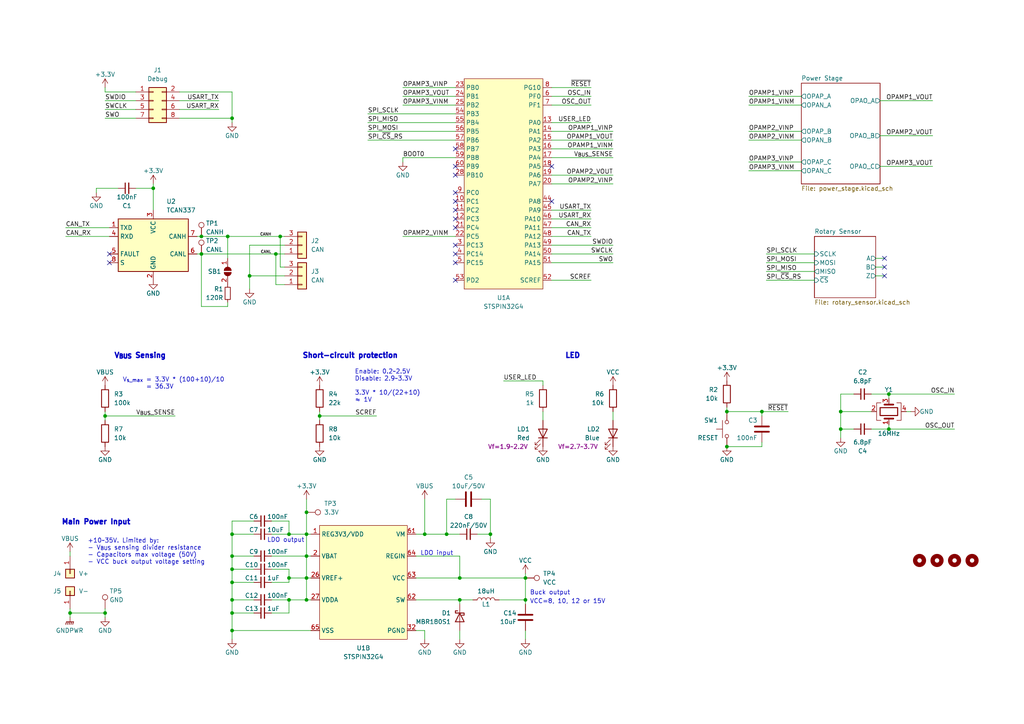
<source format=kicad_sch>
(kicad_sch (version 20231120) (generator "eeschema") (generator_version "8.0")
  (paper "A4")
  (title_block (title "moco-SC1") (rev "1.1") (comment 1 "BLDC motor controller/driver") (comment 2 "STSPIN32G4 MCU/Gate driver and CSD88584Q5DC Dual N-MOSFET") (comment 3 "Open source hardware, CERN-OHL-P v2") (comment 4 "https://github.com/ziteh/moco") (comment 5 "The shcematic of rev1.0 and rev1.1 are the same"))
  (junction (at 123.19 154.94))
  (junction (at 30.48 120.65))
  (junction (at 88.9 173.99))
  (junction (at 67.31 173.99))
  (junction (at 220.98 119.38))
  (junction (at 210.82 129.54))
  (junction (at 88.9 161.29))
  (junction (at 30.48 177.8))
  (junction (at 72.39 80.01))
  (junction (at 129.54 154.94))
  (junction (at 257.81 124.46))
  (junction (at 81.28 68.58))
  (junction (at 80.01 73.66))
  (junction (at 142.24 154.94))
  (junction (at 83.82 173.99))
  (junction (at 67.31 165.1))
  (junction (at 67.31 154.94))
  (junction (at 83.82 167.64))
  (junction (at 257.81 114.3))
  (junction (at 133.35 167.64))
  (junction (at 67.31 34.29))
  (junction (at 67.31 168.91))
  (junction (at 92.71 120.65))
  (junction (at 67.31 161.29))
  (junction (at 83.82 154.94))
  (junction (at 152.4 167.64))
  (junction (at 152.4 173.99))
  (junction (at 133.35 173.99))
  (junction (at 88.9 154.94))
  (junction (at 88.9 167.64))
  (junction (at 58.42 73.66))
  (junction (at 67.31 177.8))
  (junction (at 210.82 119.38))
  (junction (at 243.84 119.38))
  (junction (at 44.45 54.61))
  (junction (at 67.31 182.88))
  (junction (at 243.84 124.46))
  (junction (at 58.42 68.58))
  (junction (at 88.9 148.59))
  (junction (at 20.32 177.8))
  (junction (at 66.04 68.58))
  (no_connect (at 256.54 74.93))
  (no_connect (at 132.08 50.8))
  (no_connect (at 31.75 73.66))
  (no_connect (at 132.08 55.88))
  (no_connect (at 132.08 60.96))
  (no_connect (at 132.08 81.28))
  (no_connect (at 132.08 58.42))
  (no_connect (at 256.54 77.47))
  (no_connect (at 132.08 66.04))
  (no_connect (at 132.08 48.26))
  (no_connect (at 132.08 43.18))
  (no_connect (at 132.08 63.5))
  (no_connect (at 132.08 73.66))
  (no_connect (at 132.08 71.12))
  (no_connect (at 31.75 76.2))
  (no_connect (at 256.54 80.01))
  (no_connect (at 132.08 76.2))
  (no_connect (at 160.02 58.42))
  (no_connect (at 160.02 48.26))
  (wire (pts (xy 67.31 161.29) (xy 67.31 165.1)))
  (wire (pts (xy 106.68 33.02) (xy 132.08 33.02)))
  (wire (pts (xy 66.04 68.58) (xy 81.28 68.58)))
  (wire (pts (xy 254 77.47) (xy 256.54 77.47)))
  (wire (pts (xy 30.48 177.8) (xy 30.48 176.53)))
  (wire (pts (xy 217.17 40.64) (xy 232.41 40.64)))
  (wire (pts (xy 67.31 173.99) (xy 67.31 177.8)))
  (wire (pts (xy 123.19 144.78) (xy 123.19 154.94)))
  (wire (pts (xy 120.65 161.29) (xy 133.35 161.29)))
  (wire (pts (xy 243.84 127) (xy 243.84 124.46)))
  (wire (pts (xy 67.31 154.94) (xy 73.66 154.94)))
  (wire (pts (xy 27.94 54.61) (xy 27.94 55.88)))
  (wire (pts (xy 133.35 167.64) (xy 152.4 167.64)))
  (wire (pts (xy 83.82 154.94) (xy 88.9 154.94)))
  (wire (pts (xy 67.31 165.1) (xy 67.31 168.91)))
  (wire (pts (xy 31.75 68.58) (xy 19.05 68.58)))
  (wire (pts (xy 177.8 121.92) (xy 177.8 119.38)))
  (wire (pts (xy 255.27 39.37) (xy 270.51 39.37)))
  (wire (pts (xy 72.39 80.01) (xy 72.39 83.82)))
  (wire (pts (xy 133.35 175.26) (xy 133.35 173.99)))
  (wire (pts (xy 133.35 161.29) (xy 133.35 167.64)))
  (wire (pts (xy 133.35 173.99) (xy 137.16 173.99)))
  (wire (pts (xy 67.31 177.8) (xy 67.31 182.88)))
  (wire (pts (xy 160.02 53.34) (xy 177.8 53.34)))
  (wire (pts (xy 217.17 38.1) (xy 232.41 38.1)))
  (wire (pts (xy 160.02 66.04) (xy 171.45 66.04)))
  (wire (pts (xy 160.02 60.96) (xy 171.45 60.96)))
  (wire (pts (xy 222.25 76.2) (xy 236.22 76.2)))
  (wire (pts (xy 152.4 167.64) (xy 152.4 173.99)))
  (wire (pts (xy 142.24 154.94) (xy 138.43 154.94)))
  (wire (pts (xy 257.81 124.46) (xy 276.86 124.46)))
  (wire (pts (xy 78.74 154.94) (xy 83.82 154.94)))
  (wire (pts (xy 80.01 82.55) (xy 82.55 82.55)))
  (wire (pts (xy 66.04 68.58) (xy 66.04 74.93)))
  (wire (pts (xy 81.28 77.47) (xy 81.28 68.58)))
  (wire (pts (xy 217.17 27.94) (xy 232.41 27.94)))
  (wire (pts (xy 63.5 31.75) (xy 52.07 31.75)))
  (wire (pts (xy 20.32 179.07) (xy 20.32 177.8)))
  (wire (pts (xy 160.02 50.8) (xy 177.8 50.8)))
  (wire (pts (xy 160.02 45.72) (xy 177.8 45.72)))
  (wire (pts (xy 160.02 35.56) (xy 171.45 35.56)))
  (wire (pts (xy 133.35 185.42) (xy 133.35 182.88)))
  (wire (pts (xy 210.82 119.38) (xy 220.98 119.38)))
  (wire (pts (xy 120.65 173.99) (xy 133.35 173.99)))
  (wire (pts (xy 30.48 179.07) (xy 30.48 177.8)))
  (wire (pts (xy 44.45 54.61) (xy 44.45 60.96)))
  (wire (pts (xy 58.42 68.58) (xy 66.04 68.58)))
  (wire (pts (xy 52.07 26.67) (xy 67.31 26.67)))
  (wire (pts (xy 88.9 154.94) (xy 90.17 154.94)))
  (wire (pts (xy 222.25 81.28) (xy 236.22 81.28)))
  (wire (pts (xy 255.27 48.26) (xy 270.51 48.26)))
  (wire (pts (xy 160.02 76.2) (xy 177.8 76.2)))
  (wire (pts (xy 254 74.93) (xy 256.54 74.93)))
  (wire (pts (xy 106.68 35.56) (xy 132.08 35.56)))
  (wire (pts (xy 120.65 154.94) (xy 123.19 154.94)))
  (wire (pts (xy 160.02 71.12) (xy 177.8 71.12)))
  (wire (pts (xy 142.24 156.21) (xy 142.24 154.94)))
  (wire (pts (xy 144.78 173.99) (xy 152.4 173.99)))
  (wire (pts (xy 88.9 144.78) (xy 88.9 148.59)))
  (wire (pts (xy 83.82 177.8) (xy 78.74 177.8)))
  (wire (pts (xy 133.35 154.94) (xy 129.54 154.94)))
  (wire (pts (xy 160.02 25.4) (xy 171.45 25.4)))
  (wire (pts (xy 67.31 182.88) (xy 90.17 182.88)))
  (wire (pts (xy 160.02 73.66) (xy 177.8 73.66)))
  (wire (pts (xy 39.37 54.61) (xy 44.45 54.61)))
  (wire (pts (xy 30.48 34.29) (xy 39.37 34.29)))
  (wire (pts (xy 243.84 119.38) (xy 243.84 124.46)))
  (wire (pts (xy 88.9 173.99) (xy 90.17 173.99)))
  (wire (pts (xy 217.17 46.99) (xy 232.41 46.99)))
  (wire (pts (xy 72.39 80.01) (xy 82.55 80.01)))
  (wire (pts (xy 58.42 73.66) (xy 58.42 88.9)))
  (wire (pts (xy 67.31 151.13) (xy 67.31 154.94)))
  (wire (pts (xy 88.9 161.29) (xy 90.17 161.29)))
  (wire (pts (xy 63.5 29.21) (xy 52.07 29.21)))
  (wire (pts (xy 160.02 63.5) (xy 171.45 63.5)))
  (wire (pts (xy 92.71 120.65) (xy 92.71 121.92)))
  (wire (pts (xy 67.31 182.88) (xy 67.31 185.42)))
  (wire (pts (xy 88.9 161.29) (xy 88.9 167.64)))
  (wire (pts (xy 78.74 161.29) (xy 88.9 161.29)))
  (wire (pts (xy 160.02 38.1) (xy 177.8 38.1)))
  (wire (pts (xy 67.31 35.56) (xy 67.31 34.29)))
  (wire (pts (xy 20.32 177.8) (xy 20.32 176.53)))
  (wire (pts (xy 81.28 68.58) (xy 82.55 68.58)))
  (wire (pts (xy 20.32 160.02) (xy 20.32 161.29)))
  (wire (pts (xy 257.81 114.3) (xy 257.81 115.57)))
  (wire (pts (xy 44.45 53.34) (xy 44.45 54.61)))
  (wire (pts (xy 72.39 71.12) (xy 82.55 71.12)))
  (wire (pts (xy 83.82 173.99) (xy 83.82 177.8)))
  (wire (pts (xy 30.48 25.4) (xy 30.48 26.67)))
  (wire (pts (xy 228.6 119.38) (xy 220.98 119.38)))
  (wire (pts (xy 142.24 144.78) (xy 142.24 154.94)))
  (wire (pts (xy 217.17 30.48) (xy 232.41 30.48)))
  (wire (pts (xy 34.29 54.61) (xy 27.94 54.61)))
  (wire (pts (xy 106.68 40.64) (xy 132.08 40.64)))
  (wire (pts (xy 139.7 144.78) (xy 142.24 144.78)))
  (wire (pts (xy 88.9 167.64) (xy 90.17 167.64)))
  (wire (pts (xy 257.81 114.3) (xy 276.86 114.3)))
  (wire (pts (xy 83.82 173.99) (xy 88.9 173.99)))
  (wire (pts (xy 67.31 168.91) (xy 67.31 173.99)))
  (wire (pts (xy 252.73 124.46) (xy 257.81 124.46)))
  (wire (pts (xy 152.4 166.37) (xy 152.4 167.64)))
  (wire (pts (xy 67.31 168.91) (xy 73.66 168.91)))
  (wire (pts (xy 243.84 114.3) (xy 243.84 119.38)))
  (wire (pts (xy 30.48 119.38) (xy 30.48 120.65)))
  (wire (pts (xy 106.68 38.1) (xy 132.08 38.1)))
  (wire (pts (xy 116.84 45.72) (xy 132.08 45.72)))
  (wire (pts (xy 88.9 167.64) (xy 88.9 173.99)))
  (wire (pts (xy 83.82 167.64) (xy 88.9 167.64)))
  (wire (pts (xy 220.98 120.65) (xy 220.98 119.38)))
  (wire (pts (xy 257.81 124.46) (xy 257.81 123.19)))
  (wire (pts (xy 83.82 168.91) (xy 78.74 168.91)))
  (wire (pts (xy 67.31 26.67) (xy 67.31 34.29)))
  (wire (pts (xy 243.84 124.46) (xy 247.65 124.46)))
  (wire (pts (xy 67.31 177.8) (xy 73.66 177.8)))
  (wire (pts (xy 83.82 165.1) (xy 78.74 165.1)))
  (wire (pts (xy 83.82 165.1) (xy 83.82 167.64)))
  (wire (pts (xy 57.15 68.58) (xy 58.42 68.58)))
  (wire (pts (xy 210.82 129.54) (xy 220.98 129.54)))
  (wire (pts (xy 222.25 73.66) (xy 236.22 73.66)))
  (wire (pts (xy 82.55 77.47) (xy 81.28 77.47)))
  (wire (pts (xy 129.54 154.94) (xy 123.19 154.94)))
  (wire (pts (xy 210.82 118.11) (xy 210.82 119.38)))
  (wire (pts (xy 80.01 73.66) (xy 82.55 73.66)))
  (wire (pts (xy 264.16 119.38) (xy 262.89 119.38)))
  (wire (pts (xy 160.02 81.28) (xy 171.45 81.28)))
  (wire (pts (xy 160.02 40.64) (xy 177.8 40.64)))
  (wire (pts (xy 83.82 173.99) (xy 78.74 173.99)))
  (wire (pts (xy 66.04 88.9) (xy 66.04 87.63)))
  (wire (pts (xy 83.82 151.13) (xy 83.82 154.94)))
  (wire (pts (xy 254 80.01) (xy 256.54 80.01)))
  (wire (pts (xy 66.04 88.9) (xy 58.42 88.9)))
  (wire (pts (xy 160.02 30.48) (xy 171.45 30.48)))
  (wire (pts (xy 255.27 29.21) (xy 270.51 29.21)))
  (wire (pts (xy 116.84 68.58) (xy 132.08 68.58)))
  (wire (pts (xy 157.48 110.49) (xy 157.48 111.76)))
  (wire (pts (xy 67.31 165.1) (xy 73.66 165.1)))
  (wire (pts (xy 116.84 25.4) (xy 132.08 25.4)))
  (wire (pts (xy 243.84 119.38) (xy 252.73 119.38)))
  (wire (pts (xy 30.48 31.75) (xy 39.37 31.75)))
  (wire (pts (xy 67.31 161.29) (xy 73.66 161.29)))
  (wire (pts (xy 67.31 173.99) (xy 73.66 173.99)))
  (wire (pts (xy 19.05 66.04) (xy 31.75 66.04)))
  (wire (pts (xy 83.82 151.13) (xy 78.74 151.13)))
  (wire (pts (xy 160.02 68.58) (xy 171.45 68.58)))
  (wire (pts (xy 20.32 177.8) (xy 30.48 177.8)))
  (wire (pts (xy 72.39 71.12) (xy 72.39 80.01)))
  (wire (pts (xy 30.48 29.21) (xy 39.37 29.21)))
  (wire (pts (xy 152.4 185.42) (xy 152.4 182.88)))
  (wire (pts (xy 217.17 49.53) (xy 232.41 49.53)))
  (wire (pts (xy 92.71 119.38) (xy 92.71 120.65)))
  (wire (pts (xy 132.08 144.78) (xy 129.54 144.78)))
  (wire (pts (xy 129.54 144.78) (xy 129.54 154.94)))
  (wire (pts (xy 116.84 46.99) (xy 116.84 45.72)))
  (wire (pts (xy 252.73 114.3) (xy 257.81 114.3)))
  (wire (pts (xy 116.84 30.48) (xy 132.08 30.48)))
  (wire (pts (xy 88.9 154.94) (xy 88.9 161.29)))
  (wire (pts (xy 30.48 26.67) (xy 39.37 26.67)))
  (wire (pts (xy 247.65 114.3) (xy 243.84 114.3)))
  (wire (pts (xy 123.19 185.42) (xy 123.19 182.88)))
  (wire (pts (xy 88.9 148.59) (xy 88.9 154.94)))
  (wire (pts (xy 132.08 27.94) (xy 116.84 27.94)))
  (wire (pts (xy 67.31 154.94) (xy 67.31 161.29)))
  (wire (pts (xy 52.07 34.29) (xy 67.31 34.29)))
  (wire (pts (xy 160.02 27.94) (xy 171.45 27.94)))
  (wire (pts (xy 30.48 120.65) (xy 30.48 121.92)))
  (wire (pts (xy 80.01 73.66) (xy 80.01 82.55)))
  (wire (pts (xy 120.65 167.64) (xy 133.35 167.64)))
  (wire (pts (xy 109.22 120.65) (xy 92.71 120.65)))
  (wire (pts (xy 152.4 175.26) (xy 152.4 173.99)))
  (wire (pts (xy 160.02 43.18) (xy 177.8 43.18)))
  (wire (pts (xy 57.15 73.66) (xy 58.42 73.66)))
  (wire (pts (xy 83.82 167.64) (xy 83.82 168.91)))
  (wire (pts (xy 50.8 120.65) (xy 30.48 120.65)))
  (wire (pts (xy 58.42 73.66) (xy 80.01 73.66)))
  (wire (pts (xy 67.31 151.13) (xy 73.66 151.13)))
  (wire (pts (xy 157.48 121.92) (xy 157.48 119.38)))
  (wire (pts (xy 146.05 110.49) (xy 157.48 110.49)))
  (wire (pts (xy 222.25 78.74) (xy 236.22 78.74)))
  (wire (pts (xy 123.19 182.88) (xy 120.65 182.88)))
  (wire (pts (xy 220.98 129.54) (xy 220.98 128.27)))
  (text "VCC=8, 10, 12 or 15V" (at 153.67 175.26 0) (effects (font (size 1.27 1.27)) (justify left bottom)))
  (text "+10~35V. Limited by:\n- V_{BUS} sensing divider resistance\n- Capacitors max voltage (50V)\n- VCC buck output voltage setting" (at 25.4 163.83 0) (effects (font (size 1.27 1.27)) (justify left bottom)))
  (text "Buck output" (at 153.67 172.72 0) (effects (font (size 1.27 1.27)) (justify left bottom)))
  (text "Short-circuit protection" (at 87.63 104.14 0) (effects (font (size 1.5 1.5) (thickness 0.4) (bold yes)) (justify left bottom)))
  (text "LDO output" (at 77.47 157.48 0) (effects (font (size 1.27 1.27)) (justify left bottom)))
  (text "LED" (at 163.83 104.14 0) (effects (font (size 1.5 1.5) (thickness 0.4) (bold yes)) (justify left bottom)))
  (text "V_{s_max} = 3.3V * (100+10)/10\n       = 36.3V" (at 35.56 113.03 0) (effects (font (size 1.27 1.27)) (justify left bottom)))
  (text "Main Power Input" (at 17.78 152.4 0) (effects (font (size 1.5 1.5) (thickness 0.4) (bold yes)) (justify left bottom)))
  (text "V_{BUS} Sensing" (at 33.02 104.14 0) (effects (font (size 1.5 1.5) (thickness 0.4) (bold yes)) (justify left bottom)))
  (text "LDO input" (at 121.92 161.29 0) (effects (font (size 1.27 1.27)) (justify left bottom)))
  (text "Enable: 0.2~2.5V\nDisable: 2.9~3.3V\n\n3.3V * 10/(22+10)\n≈ 1V" (at 102.87 116.84 0) (effects (font (size 1.27 1.27)) (justify left bottom)))
  (label "SCREF" (at 171.45 81.28 180))
  (label "SPI_MOSI" (at 106.68 38.1 0))
  (label "SPI_MISO" (at 222.25 78.74 0))
  (label "SWDIO" (at 30.48 29.21 0))
  (label "SPI_SCLK" (at 106.68 33.02 0))
  (label "BOOT0" (at 116.84 45.72 0))
  (label "USART_RX" (at 171.45 63.5 180))
  (label "USART_RX" (at 63.5 31.75 180))
  (label "OPAMP2_VINP" (at 217.17 38.1 0))
  (label "OPAMP1_VOUT" (at 177.8 40.64 180))
  (label "OPAMP2_VINM" (at 217.17 40.64 0))
  (label "OPAMP1_VINP" (at 217.17 27.94 0))
  (label "OPAMP3_VOUT" (at 116.84 27.94 0))
  (label "SPI_MOSI" (at 222.25 76.2 0))
  (label "USART_TX" (at 63.5 29.21 180))
  (label "SWO" (at 30.48 34.29 0))
  (label "OSC_IN" (at 171.45 27.94 180))
  (label "USER_LED" (at 171.45 35.56 180))
  (label "CANL" (at 78.74 73.66 180) (effects (font (size 0.8 0.8))))
  (label "USART_TX" (at 171.45 60.96 180))
  (label "OPAMP3_VINM" (at 116.84 30.48 0))
  (label "OPAMP1_VINP" (at 177.8 38.1 180))
  (label "OPAMP3_VINP" (at 116.84 25.4 0))
  (label "SWO" (at 177.8 76.2 180))
  (label "V_{BUS}_SENSE" (at 50.8 120.65 180))
  (label "V_{BUS}_SENSE" (at 177.8 45.72 180))
  (label "SPI_SCLK" (at 222.25 73.66 0))
  (label "SWDIO" (at 177.8 71.12 180))
  (label "SWCLK" (at 30.48 31.75 0))
  (label "OPAMP1_VINM" (at 217.17 30.48 0))
  (label "SPI_MISO" (at 106.68 35.56 0))
  (label "CANH" (at 78.74 68.58 180) (effects (font (size 0.8 0.8))))
  (label "SPI_~{CS}_RS" (at 222.25 81.28 0))
  (label "OPAMP3_VINP" (at 217.17 46.99 0))
  (label "CAN_RX" (at 171.45 66.04 180))
  (label "OPAMP1_VINM" (at 177.8 43.18 180))
  (label "CAN_TX" (at 19.05 66.04 0))
  (label "OSC_OUT" (at 276.86 124.46 180))
  (label "SCREF" (at 109.22 120.65 180))
  (label "OPAMP2_VOUT" (at 270.51 39.37 180))
  (label "USER_LED" (at 146.05 110.49 0))
  (label "CAN_TX" (at 171.45 68.58 180))
  (label "~{RESET}" (at 228.6 119.38 180))
  (label "OPAMP3_VOUT" (at 270.51 48.26 180))
  (label "SPI_~{CS}_RS" (at 106.68 40.64 0))
  (label "SWCLK" (at 177.8 73.66 180))
  (label "OPAMP2_VOUT" (at 177.8 50.8 180))
  (label "OPAMP3_VINM" (at 217.17 49.53 0))
  (label "OSC_OUT" (at 171.45 30.48 180))
  (label "OPAMP2_VINP" (at 177.8 53.34 180))
  (label "~{RESET}" (at 171.45 25.4 180))
  (label "CAN_RX" (at 19.05 68.58 0))
  (label "OPAMP2_VINM" (at 116.84 68.58 0))
  (label "OSC_IN" (at 276.86 114.3 180))
  (label "OPAMP1_VOUT" (at 270.51 29.21 180))
  (symbol (lib_id "power:GND") (at 157.48 129.54 0) (unit 1)
    (property "Reference" "#PWR016" (effects (hide yes)))
    (property "Value" "GND" (at 157.48 133.35 0))
  )
  (symbol (lib_id "power:GND") (at 67.31 185.42 0) (unit 1)
    (property "Reference" "#PWR026" (effects (hide yes)))
    (property "Value" "GND" (at 67.31 189.23 0))
  )
  (symbol (lib_id "Diode:1N6857UR") (at 133.35 179.07 90) (mirror x) (unit 1)
    (property "Reference" "D1" (at 130.81 177.8 90) (effects (justify left)))
    (property "Value" "MBR180S1" (at 130.81 180.34 90) (effects (justify left)))
    (property "Footprint" "Diode_SMD:D_SOD-123F" (effects (hide yes)))
    (property "Datasheet" "https://www.microsemi.com/document-portal/doc_download/131890-lds-0040-1-datasheet" (effects (hide yes)))
    (property "LCSC" "C526660" (effects (hide yes)))
    (property "MFR. Part#" "MBR180S1-7" (effects (hide yes)))
    (property "Alt." "STPS0560Z" (effects (hide yes)))
  )
  (symbol (lib_id "Connector:TestPoint") (at 30.48 176.53 0) (unit 1)
    (property "Reference" "TP5" (at 31.75 171.45 0) (effects (justify left)))
    (property "Value" "GND" (at 31.75 173.99 0) (effects (justify left)))
    (property "Footprint" "TestPoint:TestPoint_Pad_D1.0mm" (effects (hide yes)))
  )
  (symbol (lib_id "Mechanical:MountingHole") (at 281.94 162.56 0) (mirror y) (unit 1) (in_bom no)
    (property "Reference" "H4" (effects (hide yes)))
    (property "Value" "MountingHole" (effects (hide yes)))
    (property "Footprint" "MountingHole:MountingHole_3.2mm_M3_ISO14580" (effects (hide yes)))
  )
  (symbol (lib_id "Device:LED") (at 177.8 125.73 270) (mirror x) (unit 1)
    (property "Reference" "LD2" (at 173.99 124.46 90) (effects (justify right)))
    (property "Value" "Blue" (at 173.99 127 90) (effects (justify right)))
    (property "Footprint" "LED_SMD:LED_0603_1608Metric" (effects (hide yes)))
    (property "Note" "Vf=2.7~3.7V" (at 167.64 129.54 90))
    (property "LCSC" "C72043" (effects (hide yes)))
    (property "MFR. Part#" "19-217/GHC-YR1S2/3T" (effects (hide yes)))
  )
  (symbol (lib_id "Device:R") (at 157.48 115.57 0) (mirror y) (unit 1)
    (property "Reference" "R5" (at 154.94 114.3 0) (effects (justify left)))
    (property "Value" "1k" (at 154.94 116.84 0) (effects (justify left)))
    (property "Footprint" "Resistor_SMD:R_0402_1005Metric" (effects (hide yes)))
    (property "LCSC" "C11702" (effects (hide yes)))
    (property "MFR. Part#" "0402WGF1001TCE" (effects (hide yes)))
  )
  (symbol (lib_id "power:GND") (at 142.24 156.21 0) (unit 1)
    (property "Reference" "#PWR021" (effects (hide yes)))
    (property "Value" "GND" (at 142.24 160.02 0))
  )
  (symbol (lib_id "Mechanical:MountingHole") (at 271.78 162.56 0) (mirror y) (unit 1) (in_bom no)
    (property "Reference" "H2" (effects (hide yes)))
    (property "Value" "MountingHole" (effects (hide yes)))
    (property "Footprint" "MountingHole:MountingHole_3.2mm_M3_ISO14580" (effects (hide yes)))
  )
  (symbol (lib_id "Device:C") (at 152.4 179.07 0) (unit 1)
    (property "Reference" "C14" (at 149.86 177.8 0) (effects (justify right)))
    (property "Value" "10uF" (at 149.86 180.34 0) (effects (justify right)))
    (property "Footprint" "Capacitor_SMD:C_0805_2012Metric" (effects (hide yes)))
    (property "LCSC" "C440198" (effects (hide yes)))
    (property "MFR. Part#" "GRM21BR61H106KE43L" (effects (hide yes)))
  )
  (symbol (lib_id "Mechanical:MountingHole") (at 276.86 162.56 0) (mirror y) (unit 1) (in_bom no)
    (property "Reference" "H3" (effects (hide yes)))
    (property "Value" "MountingHole" (effects (hide yes)))
    (property "Footprint" "MountingHole:MountingHole_3.2mm_M3_ISO14580" (effects (hide yes)))
  )
  (symbol (lib_id "Device:LED") (at 157.48 125.73 270) (mirror x) (unit 1)
    (property "Reference" "LD1" (at 153.67 124.46 90) (effects (justify right)))
    (property "Value" "Red" (at 153.67 127 90) (effects (justify right)))
    (property "Footprint" "LED_SMD:LED_0603_1608Metric" (effects (hide yes)))
    (property "LCSC" "C2286" (effects (hide yes)))
    (property "MFR. Part#" "KT-0603R" (effects (hide yes)))
    (property "Note" "Vf=1.9~2.2V" (at 147.32 129.54 90))
  )
  (symbol (lib_id "Device:R") (at 30.48 125.73 180) (unit 1)
    (property "Reference" "R7" (at 33.02 124.46 0) (effects (justify right)))
    (property "Value" "10k" (at 33.02 127 0) (effects (justify right)))
    (property "Footprint" "Resistor_SMD:R_0402_1005Metric" (effects (hide yes)))
    (property "LCSC" "C25744" (effects (hide yes)))
    (property "MFR. Part#" "0402WGF1002TCE" (effects (hide yes)))
  )
  (symbol (lib_id "Device:C") (at 135.89 144.78 90) (mirror x) (unit 1)
    (property "Reference" "C5" (at 135.89 138.43 90))
    (property "Value" "10uF/50V" (at 135.89 140.97 90))
    (property "Footprint" "Capacitor_SMD:C_0805_2012Metric" (effects (hide yes)))
    (property "LCSC" "C440198" (effects (hide yes)))
    (property "MFR. Part#" "GRM21BR61H106KE43L" (effects (hide yes)))
    (property "Alt." "CL21B106KAYQNNE" (effects (hide yes)))
  )
  (symbol (lib_id "Device:R_Small") (at 66.04 85.09 0) (mirror y) (unit 1)
    (property "Reference" "R1" (at 64.77 83.82 0) (effects (justify left)))
    (property "Value" "120R" (at 64.77 86.36 0) (effects (justify left)))
    (property "Footprint" "Resistor_SMD:R_0402_1005Metric_Pad0.72x0.64mm_HandSolder" (effects (hide yes)))
    (property "LCSC" "C25079" (effects (hide yes)))
    (property "MFR. Part#" "0402WGF1200TCE" (effects (hide yes)))
  )
  (symbol (lib_id "power:VBUS") (at 20.32 160.02 0) (unit 1)
    (property "Reference" "#PWR022" (effects (hide yes)))
    (property "Value" "VBUS" (at 20.32 156.21 0))
  )
  (symbol (lib_id "power:GND") (at 177.8 129.54 0) (unit 1)
    (property "Reference" "#PWR017" (effects (hide yes)))
    (property "Value" "GND" (at 177.8 133.35 0))
  )
  (symbol (lib_id "power:GNDPWR") (at 20.32 179.07 0) (unit 1)
    (property "Reference" "#PWR024" (effects (hide yes)))
    (property "Value" "GNDPWR" (at 20.193 182.88 0))
  )
  (symbol (lib_id "Device:R") (at 92.71 125.73 0) (unit 1)
    (property "Reference" "R8" (at 95.25 124.46 0) (effects (justify left)))
    (property "Value" "10k" (at 95.25 127 0) (effects (justify left)))
    (property "Footprint" "Resistor_SMD:R_0402_1005Metric" (effects (hide yes)))
    (property "LCSC" "C25744" (effects (hide yes)))
    (property "MFR. Part#" "0402WGF1002TCE" (effects (hide yes)))
  )
  (symbol (lib_id "power:GND") (at 210.82 129.54 0) (unit 1)
    (property "Reference" "#PWR018" (effects (hide yes)))
    (property "Value" "GND" (at 210.82 133.35 0))
  )
  (symbol (lib_id "power:VCC") (at 152.4 166.37 0) (unit 1)
    (property "Reference" "#PWR023" (effects (hide yes)))
    (property "Value" "VCC" (at 152.4 162.56 0))
  )
  (symbol (lib_id "Device:C_Small") (at 76.2 173.99 90) (mirror x) (unit 1)
    (property "Reference" "C12" (at 74.93 172.72 90) (effects (justify left)))
    (property "Value" "100nF" (at 77.47 172.72 90) (effects (justify right)))
    (property "Footprint" "Capacitor_SMD:C_0402_1005Metric" (effects (hide yes)))
    (property "LCSC" "C307331" (effects (hide yes)))
    (property "MFR. Part#" "CL05B104KB54PNC" (effects (hide yes)))
  )
  (symbol (lib_id "power:+3.3V") (at 30.48 25.4 0) (mirror y) (unit 1)
    (property "Reference" "#PWR01" (effects (hide yes)))
    (property "Value" "+3.3V" (at 30.48 21.59 0))
  )
  (symbol (lib_name "STSPIN32G4_1") (lib_id "moco:STSPIN32G4") (at 105.41 168.91 0) (unit 2)
    (property "Reference" "U1" (at 105.41 187.96 0))
    (property "Value" "STSPIN32G4" (at 105.41 190.5 0))
    (property "Footprint" "moco:VFQFPN 9X9X1.0 64 PITCH 0.5" (effects (hide yes)))
    (property "LCSC" "C2858620" (effects (hide yes)))
    (property "MFR. Part#" "STSPIN32G4" (effects (hide yes)))
  )
  (symbol (lib_id "Device:R") (at 92.71 115.57 0) (unit 1)
    (property "Reference" "R4" (at 95.25 114.3 0) (effects (justify left)))
    (property "Value" "22k" (at 95.25 116.84 0) (effects (justify left)))
    (property "Footprint" "Resistor_SMD:R_0402_1005Metric" (effects (hide yes)))
    (property "LCSC" "C25768" (effects (hide yes)))
    (property "MFR. Part#" "0402WGF2202TCE" (effects (hide yes)))
  )
  (symbol (lib_id "Interface_CAN_LIN:TCAN337") (at 44.45 71.12 0) (unit 1)
    (property "Reference" "U2" (at 48.26 58.42 0) (effects (justify left)))
    (property "Value" "TCAN337" (at 48.26 60.96 0) (effects (justify left)))
    (property "Footprint" "Package_SO:SOIC-8_3.9x4.9mm_P1.27mm" (effects (hide yes)))
    (property "Datasheet" "http://www.ti.com/lit/ds/symlink/tcan337.pdf" (effects (hide yes)))
    (property "LCSC" "C73651" (effects (hide yes)))
    (property "MFR. Part#" "TCAN332DR" (effects (hide yes)))
    (property "Alt." "TCAN33x" (effects (hide yes)))
  )
  (symbol (lib_id "power:GND") (at 92.71 129.54 0) (unit 1)
    (property "Reference" "#PWR015" (effects (hide yes)))
    (property "Value" "GND" (at 92.71 133.35 0))
  )
  (symbol (lib_id "Switch:SW_Push") (at 210.82 124.46 90) (mirror x) (unit 1)
    (property "Reference" "SW1" (at 208.28 121.92 90) (effects (justify left)))
    (property "Value" "RESET" (at 208.28 127 90) (effects (justify left)))
    (property "Footprint" "Button_Switch_SMD:SW_SPST_EVQP7C" (effects (hide yes)))
    (property "Note" "3*4mm" (effects (hide yes)))
  )
  (symbol (lib_id "Mechanical:MountingHole") (at 266.7 162.56 0) (mirror y) (unit 1) (in_bom no)
    (property "Reference" "H1" (effects (hide yes)))
    (property "Value" "MountingHole" (effects (hide yes)))
    (property "Footprint" "MountingHole:MountingHole_3.2mm_M3_ISO14580" (effects (hide yes)))
  )
  (symbol (lib_id "power:GND") (at 67.31 35.56 0) (mirror y) (unit 1)
    (property "Reference" "#PWR02" (effects (hide yes)))
    (property "Value" "GND" (at 67.31 39.37 0))
  )
  (symbol (lib_id "Device:C_Small") (at 76.2 151.13 90) (mirror x) (unit 1)
    (property "Reference" "C6" (at 74.93 149.86 90) (effects (justify left)))
    (property "Value" "100nF" (at 77.47 149.86 90) (effects (justify right)))
    (property "Footprint" "Capacitor_SMD:C_0402_1005Metric" (effects (hide yes)))
    (property "LCSC" "C307331" (effects (hide yes)))
    (property "MFR. Part#" "CL05B104KB54PNC" (effects (hide yes)))
  )
  (symbol (lib_id "power:+3.3V") (at 88.9 144.78 0) (unit 1)
    (property "Reference" "#PWR019" (effects (hide yes)))
    (property "Value" "+3.3V" (at 88.9 140.97 0))
  )
  (symbol (lib_id "power:+3.3V") (at 92.71 111.76 0) (unit 1)
    (property "Reference" "#PWR010" (effects (hide yes)))
    (property "Value" "+3.3V" (at 92.71 107.95 0))
  )
  (symbol (lib_id "power:GND") (at 30.48 179.07 0) (unit 1)
    (property "Reference" "#PWR025" (effects (hide yes)))
    (property "Value" "GND" (at 30.48 182.88 0))
  )
  (symbol (lib_id "power:GND") (at 133.35 185.42 0) (unit 1)
    (property "Reference" "#PWR028" (effects (hide yes)))
    (property "Value" "GND" (at 133.35 189.23 0))
  )
  (symbol (lib_id "power:GND") (at 30.48 129.54 0) (unit 1)
    (property "Reference" "#PWR014" (effects (hide yes)))
    (property "Value" "GND" (at 30.48 133.35 0))
  )
  (symbol (lib_id "Connector_Generic:Conn_02x04_Odd_Even") (at 44.45 29.21 0) (unit 1)
    (property "Reference" "J1" (at 45.72 20.32 0))
    (property "Value" "Debug" (at 45.72 22.86 0))
    (property "Footprint" "Connector_PinHeader_2.54mm:PinHeader_2x04_P2.54mm_Vertical" (effects (hide yes)))
  )
  (symbol (lib_id "Connector_Generic:Conn_01x01") (at 20.32 166.37 270) (unit 1)
    (property "Reference" "J4" (at 17.78 166.37 90) (effects (justify right)))
    (property "Value" "V+" (at 22.86 166.37 90) (effects (justify left)))
    (property "Footprint" "moco:wire_rectagnel_3.7mm_D1.5mm" (effects (hide yes)))
  )
  (symbol (lib_id "Device:R") (at 210.82 114.3 0) (mirror x) (unit 1)
    (property "Reference" "R2" (at 208.28 113.03 0) (effects (justify right)))
    (property "Value" "10k" (at 208.28 115.57 0) (effects (justify right)))
    (property "Footprint" "Resistor_SMD:R_0402_1005Metric" (effects (hide yes)))
    (property "LCSC" "C25744" (effects (hide yes)))
    (property "MFR. Part#" "0402WGF1002TCE" (effects (hide yes)))
  )
  (symbol (lib_id "Connector:TestPoint") (at 58.42 73.66 0) (unit 1)
    (property "Reference" "TP2" (at 59.69 69.85 0) (effects (justify left)))
    (property "Value" "CANL" (at 59.69 72.39 0) (effects (justify left)))
    (property "Footprint" "TestPoint:TestPoint_Pad_D1.0mm" (effects (hide yes)))
  )
  (symbol (lib_id "Device:Crystal_GND24") (at 257.81 119.38 90) (unit 1)
    (property "Reference" "Y1" (at 257.81 113.03 90))
    (property "Value" "16MHz" (at 257.81 125.73 90))
    (property "Footprint" "Crystal:Crystal_SMD_3225-4Pin_3.2x2.5mm" (effects (hide yes)))
    (property "LCSC" "C13738" (effects (hide yes)))
    (property "MFR. Part#" "X322516MLB4SI" (effects (hide yes)))
  )
  (symbol (lib_id "Device:C_Small") (at 76.2 168.91 90) (mirror x) (unit 1)
    (property "Reference" "C11" (at 74.93 167.64 90) (effects (justify left)))
    (property "Value" "1uF" (at 77.47 167.64 90) (effects (justify right)))
    (property "Footprint" "Capacitor_SMD:C_0402_1005Metric" (effects (hide yes)))
    (property "LCSC" "C52923" (effects (hide yes)))
    (property "MFR. Part#" "CL05A105KA5NQNC" (effects (hide yes)))
  )
  (symbol (lib_id "Device:R") (at 30.48 115.57 180) (unit 1)
    (property "Reference" "R3" (at 33.02 114.3 0) (effects (justify right)))
    (property "Value" "100k" (at 33.02 116.84 0) (effects (justify right)))
    (property "Footprint" "Resistor_SMD:R_0402_1005Metric" (effects (hide yes)))
    (property "LCSC" "C25741" (effects (hide yes)))
    (property "MFR. Part#" "0402WGF1003TCE" (effects (hide yes)))
  )
  (symbol (lib_id "power:GND") (at 27.94 55.88 0) (unit 1)
    (property "Reference" "#PWR05" (effects (hide yes)))
    (property "Value" "GND" (at 27.94 59.69 0))
  )
  (symbol (lib_id "power:GND") (at 123.19 185.42 0) (unit 1)
    (property "Reference" "#PWR027" (effects (hide yes)))
    (property "Value" "GND" (at 123.19 189.23 0))
  )
  (symbol (lib_id "Connector_Generic:Conn_01x01") (at 20.32 171.45 90) (unit 1)
    (property "Reference" "J5" (at 17.78 171.45 90) (effects (justify left)))
    (property "Value" "V-" (at 22.86 171.45 90) (effects (justify right)))
    (property "Footprint" "moco:wire_circ_3.7mm_D1.5mm" (effects (hide yes)))
  )
  (symbol (lib_id "Device:C_Small") (at 250.19 114.3 90) (unit 1)
    (property "Reference" "C2" (at 250.19 107.95 90))
    (property "Value" "6.8pF" (at 250.19 110.49 90))
    (property "Footprint" "Capacitor_SMD:C_0402_1005Metric" (effects (hide yes)))
    (property "LCSC" "C1576" (effects (hide yes)))
    (property "MFR. Part#" "0402CG6R8C500NT" (effects (hide yes)))
  )
  (symbol (lib_id "Device:C") (at 220.98 124.46 0) (unit 1)
    (property "Reference" "C3" (at 219.71 121.92 0) (effects (justify right)))
    (property "Value" "100nF" (at 219.71 127 0) (effects (justify right)))
    (property "Footprint" "Capacitor_SMD:C_0402_1005Metric" (effects (hide yes)))
    (property "LCSC" "C307331" (effects (hide yes)))
    (property "MFR. Part#" "CL05B104KB54PNC" (effects (hide yes)))
  )
  (symbol (lib_id "Connector_Generic:Conn_01x03") (at 87.63 80.01 0) (mirror x) (unit 1)
    (property "Reference" "J3" (at 90.17 78.74 0) (effects (justify left)))
    (property "Value" "CAN" (at 90.17 81.28 0) (effects (justify left)))
    (property "Footprint" "Connector_JST:JST_GH_SM03B-GHS-TB_1x03-1MP_P1.25mm_Horizontal" (effects (hide yes)))
  )
  (symbol (lib_id "Device:C_Small") (at 36.83 54.61 90) (unit 1)
    (property "Reference" "C1" (at 36.83 59.69 90))
    (property "Value" "100nF" (at 36.83 57.15 90))
    (property "Footprint" "Capacitor_SMD:C_0402_1005Metric" (effects (hide yes)))
    (property "LCSC" "C307331" (effects (hide yes)))
    (property "MFR. Part#" "CL05B104KB54PNC" (effects (hide yes)))
  )
  (symbol (lib_id "power:VBUS") (at 30.48 111.76 0) (unit 1)
    (property "Reference" "#PWR09" (effects (hide yes)))
    (property "Value" "VBUS" (at 30.48 107.95 0))
  )
  (symbol (lib_id "power:GND") (at 44.45 81.28 0) (unit 1)
    (property "Reference" "#PWR06" (effects (hide yes)))
    (property "Value" "GND" (at 44.45 85.09 0))
  )
  (symbol (lib_id "Jumper:SolderJumper_2_Open") (at 66.04 78.74 90) (mirror x) (unit 1)
    (property "Reference" "SB1" (at 62.23 78.74 90))
    (property "Value" "SolderJumper_2_Open" (effects (hide yes)))
    (property "Footprint" "Jumper:SolderJumper-2_P1.3mm_Open_RoundedPad1.0x1.5mm" (effects (hide yes)))
  )
  (symbol (lib_id "Device:C_Small") (at 76.2 177.8 90) (mirror x) (unit 1)
    (property "Reference" "C13" (at 74.93 176.53 90) (effects (justify left)))
    (property "Value" "1uF" (at 77.47 176.53 90) (effects (justify right)))
    (property "Footprint" "Capacitor_SMD:C_0402_1005Metric" (effects (hide yes)))
    (property "LCSC" "C52923" (effects (hide yes)))
    (property "MFR. Part#" "CL05A105KA5NQNC" (effects (hide yes)))
  )
  (symbol (lib_id "power:VCC") (at 177.8 111.76 0) (unit 1)
    (property "Reference" "#PWR011" (effects (hide yes)))
    (property "Value" "VCC" (at 177.8 107.95 0))
  )
  (symbol (lib_id "Device:L") (at 140.97 173.99 90) (unit 1)
    (property "Reference" "L1" (at 140.97 175.26 90))
    (property "Value" "18uH" (at 140.97 171.45 90))
    (property "Footprint" "Inductor_SMD:L_Neosid_SMS-ME3015" (effects (hide yes)))
    (property "MFR. Part#" "FNR3012S180MT" (effects (hide yes)))
    (property "LCSC" "C528020" (effects (hide yes)))
    (property "Alt." "SRN3015C-180M" (effects (hide yes)))
  )
  (symbol (lib_id "Connector:TestPoint") (at 152.4 167.64 270) (unit 1)
    (property "Reference" "TP4" (at 157.48 166.37 90) (effects (justify left)))
    (property "Value" "VCC" (at 157.48 168.91 90) (effects (justify left)))
    (property "Footprint" "TestPoint:TestPoint_Pad_D1.0mm" (effects (hide yes)))
  )
  (symbol (lib_id "Device:R") (at 177.8 115.57 0) (mirror y) (unit 1)
    (property "Reference" "R6" (at 175.26 114.3 0) (effects (justify left)))
    (property "Value" "10k" (at 175.26 116.84 0) (effects (justify left)))
    (property "Footprint" "Resistor_SMD:R_0402_1005Metric" (effects (hide yes)))
    (property "LCSC" "C25744" (effects (hide yes)))
    (property "MFR. Part#" "0402WGF1002TCE" (effects (hide yes)))
  )
  (symbol (lib_id "Connector_Generic:Conn_01x03") (at 87.63 71.12 0) (mirror x) (unit 1)
    (property "Reference" "J2" (at 90.17 69.85 0) (effects (justify left)))
    (property "Value" "CAN" (at 90.17 72.39 0) (effects (justify left)))
    (property "Footprint" "Connector_JST:JST_GH_SM03B-GHS-TB_1x03-1MP_P1.25mm_Horizontal" (effects (hide yes)))
  )
  (symbol (lib_id "Connector:TestPoint") (at 88.9 148.59 270) (unit 1)
    (property "Reference" "TP3" (at 93.98 146.05 90) (effects (justify left)))
    (property "Value" "3.3V" (at 93.98 148.59 90) (effects (justify left)))
    (property "Footprint" "TestPoint:TestPoint_Pad_D1.0mm" (effects (hide yes)))
  )
  (symbol (lib_id "Device:C_Small") (at 76.2 161.29 90) (mirror x) (unit 1)
    (property "Reference" "C9" (at 74.93 160.02 90) (effects (justify left)))
    (property "Value" "100nF" (at 77.47 160.02 90) (effects (justify right)))
    (property "Footprint" "Capacitor_SMD:C_0402_1005Metric" (effects (hide yes)))
    (property "LCSC" "C307331" (effects (hide yes)))
    (property "MFR. Part#" "CL05B104KB54PNC" (effects (hide yes)))
  )
  (symbol (lib_id "power:+3.3V") (at 44.45 53.34 0) (unit 1)
    (property "Reference" "#PWR04" (effects (hide yes)))
    (property "Value" "+3.3V" (at 44.45 49.53 0))
  )
  (symbol (lib_id "Device:C_Small") (at 76.2 154.94 90) (mirror x) (unit 1)
    (property "Reference" "C7" (at 74.93 153.67 90) (effects (justify left)))
    (property "Value" "10uF" (at 77.47 153.67 90) (effects (justify right)))
    (property "Footprint" "Capacitor_SMD:C_0402_1005Metric" (effects (hide yes)))
    (property "LCSC" "C15525" (effects (hide yes)))
    (property "MFR. Part#" "CL05A106MQ5NUNC" (effects (hide yes)))
  )
  (symbol (lib_id "power:GND") (at 152.4 185.42 0) (unit 1)
    (property "Reference" "#PWR029" (effects (hide yes)))
    (property "Value" "GND" (at 152.4 189.23 0))
  )
  (symbol (lib_id "power:GND") (at 243.84 127 0) (unit 1)
    (property "Reference" "#PWR013" (effects (hide yes)))
    (property "Value" "GND" (at 243.84 130.81 0))
  )
  (symbol (lib_id "power:VBUS") (at 123.19 144.78 0) (unit 1)
    (property "Reference" "#PWR020" (effects (hide yes)))
    (property "Value" "VBUS" (at 123.19 140.97 0))
  )
  (symbol (lib_id "Device:C_Small") (at 135.89 154.94 90) (unit 1)
    (property "Reference" "C8" (at 135.89 149.86 90))
    (property "Value" "220nF/50V" (at 135.89 152.4 90))
    (property "Footprint" "Capacitor_SMD:C_0805_2012Metric" (effects (hide yes)))
    (property "LCSC" "C5378" (effects (hide yes)))
    (property "MFR. Part#" "CL21B224KBFNNNE" (effects (hide yes)))
  )
  (symbol (lib_id "power:+3.3V") (at 210.82 110.49 0) (unit 1)
    (property "Reference" "#PWR08" (effects (hide yes)))
    (property "Value" "+3.3V" (at 210.82 106.68 0))
  )
  (symbol (lib_id "power:GND") (at 116.84 46.99 0) (mirror y) (unit 1)
    (property "Reference" "#PWR03" (effects (hide yes)))
    (property "Value" "GND" (at 116.84 50.8 0))
  )
  (symbol (lib_id "power:GND") (at 264.16 119.38 90) (unit 1)
    (property "Reference" "#PWR012" (effects (hide yes)))
    (property "Value" "GND" (at 266.7 119.38 90) (effects (justify right)))
  )
  (symbol (lib_id "Device:C_Small") (at 76.2 165.1 90) (mirror x) (unit 1)
    (property "Reference" "C10" (at 74.93 163.83 90) (effects (justify left)))
    (property "Value" "100nF" (at 77.47 163.83 90) (effects (justify right)))
    (property "Footprint" "Capacitor_SMD:C_0402_1005Metric" (effects (hide yes)))
    (property "LCSC" "C307331" (effects (hide yes)))
    (property "MFR. Part#" "CL05B104KB54PNC" (effects (hide yes)))
  )
  (symbol (lib_id "power:GND") (at 72.39 83.82 0) (unit 1)
    (property "Reference" "#PWR07" (effects (hide yes)))
    (property "Value" "GND" (at 72.39 87.63 0))
  )
  (symbol (lib_id "moco:STSPIN32G4") (at 146.05 53.34 0) (unit 1)
    (property "Reference" "U1" (at 146.05 86.36 0))
    (property "Value" "STSPIN32G4" (at 146.05 88.9 0))
    (property "Footprint" "moco:VFQFPN 9X9X1.0 64 PITCH 0.5" (effects (hide yes)))
    (property "LCSC" "C2858620" (effects (hide yes)))
    (property "MFR. Part#" "STSPIN32G4" (effects (hide yes)))
  )
  (symbol (lib_id "Connector:TestPoint") (at 58.42 68.58 0) (unit 1)
    (property "Reference" "TP1" (at 59.69 64.77 0) (effects (justify left)))
    (property "Value" "CANH" (at 59.69 67.31 0) (effects (justify left)))
    (property "Footprint" "TestPoint:TestPoint_Pad_D1.0mm" (effects (hide yes)))
  )
  (symbol (lib_id "Device:C_Small") (at 250.19 124.46 90) (mirror x) (unit 1)
    (property "Reference" "C4" (at 250.19 130.81 90))
    (property "Value" "6.8pF" (at 250.19 128.27 90))
    (property "Footprint" "Capacitor_SMD:C_0402_1005Metric" (effects (hide yes)))
    (property "LCSC" "C1576" (effects (hide yes)))
    (property "MFR. Part#" "0402CG6R8C500NT" (effects (hide yes)))
  )
  (sheet (at 232.41 24.13) (size 22.86 29.21) (stroke (width 0.1524))
    (property "Sheetname" "Power Stage" (at 232.41 23.4184 0) (effects (justify left bottom)))
    (property "Sheetfile" "power_stage.kicad_sch" (at 232.41 53.9246 0) (effects (justify left top)))
    (pin "OPAN_B" output (at 232.41 40.64 180))
    (pin "OPAO_B" output (at 255.27 39.37 0))
    (pin "OPAO_A" output (at 255.27 29.21 0))
    (pin "OPAP_A" output (at 232.41 27.94 180))
    (pin "OPAN_A" output (at 232.41 30.48 180))
    (pin "OPAP_B" output (at 232.41 38.1 180))
    (pin "OPAN_C" output (at 232.41 49.53 180))
    (pin "OPAO_C" output (at 255.27 48.26 0))
    (pin "OPAP_C" output (at 232.41 46.99 180))
  )
  (sheet (at 236.22 68.58) (size 17.78 17.78) (stroke (width 0.1524))
    (property "Sheetname" "Rotary Sensor" (at 236.22 67.8684 0) (effects (justify left bottom)))
    (property "Sheetfile" "rotary_sensor.kicad_sch" (at 236.22 86.9446 0) (effects (justify left top)))
    (pin "~{CS}" input (at 236.22 81.28 180))
    (pin "MISO" output (at 236.22 78.74 180))
    (pin "MOSI" input (at 236.22 76.2 180))
    (pin "SCLK" input (at 236.22 73.66 180))
    (pin "Z" output (at 254 80.01 0))
    (pin "A" output (at 254 74.93 0))
    (pin "B" output (at 254 77.47 0))
  )
)
</source>
